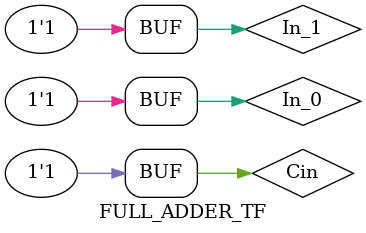
<source format=sv>
`timescale 1ns / 1ps
module FULL_ADDER_TF;
// Inputs
reg In_0;
reg In_1;
reg Cin;
// Outputs
wire Sout;
wire Cout;
// Instantiate the Unit Under Test (UUT)
FULL_ADDER uut (
.In_0(In_0),
.In_1(In_1),
.Cin(Cin),
.Sout(Sout), 
  .Cout(Cout)
);
initial begin
// Initialize Inputs
In_0 = 0;
In_1 = 0;
Cin = 0;
// Wait 100 ns for global reset to finish
#100;
// Add stimulus here
In_0 = 0;
In_1 = 0;
Cin = 1;
// Wait 100 ns for global reset to finish
#100;
In_0 = 0;
In_1 = 1;
Cin = 0;
// Wait 100 ns for global reset to finish
#100;
In_0 = 0;
In_1 = 1;
Cin = 1;
// Wait 100 ns for global reset to finish
#100;
In_0 = 1;
In_1 = 0;
Cin = 0;
// Wait 100 ns for global reset to finish
#100;
In_0 = 1;
In_1 = 0;
Cin = 1;
// Wait 100 ns for global reset to finish
#100;
In_0 = 1;
In_1 = 1;
Cin = 0;
// Wait 100 ns for global reset to finish
#100;
In_0 = 1;
In_1 = 1;
Cin = 1;
// Wait 100 ns for global reset to finish
#100;
end
  initial 
    begin 
      $dumpfile("half_gate.vcd");
      $dumpvars;
                end
endmodule
</source>
